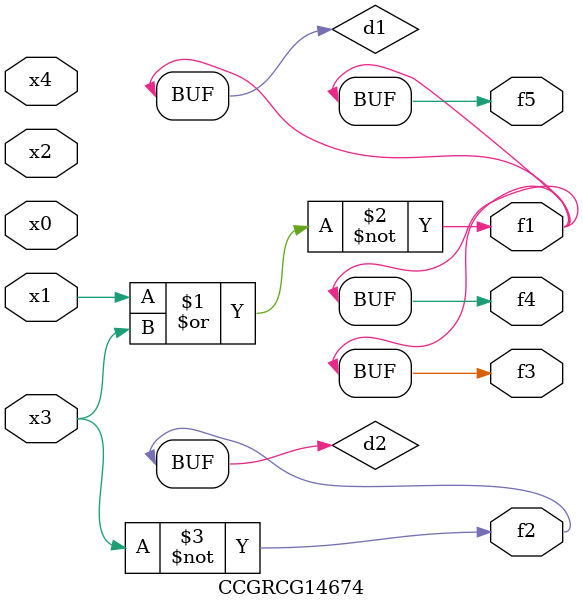
<source format=v>
module CCGRCG14674(
	input x0, x1, x2, x3, x4,
	output f1, f2, f3, f4, f5
);

	wire d1, d2;

	nor (d1, x1, x3);
	not (d2, x3);
	assign f1 = d1;
	assign f2 = d2;
	assign f3 = d1;
	assign f4 = d1;
	assign f5 = d1;
endmodule

</source>
